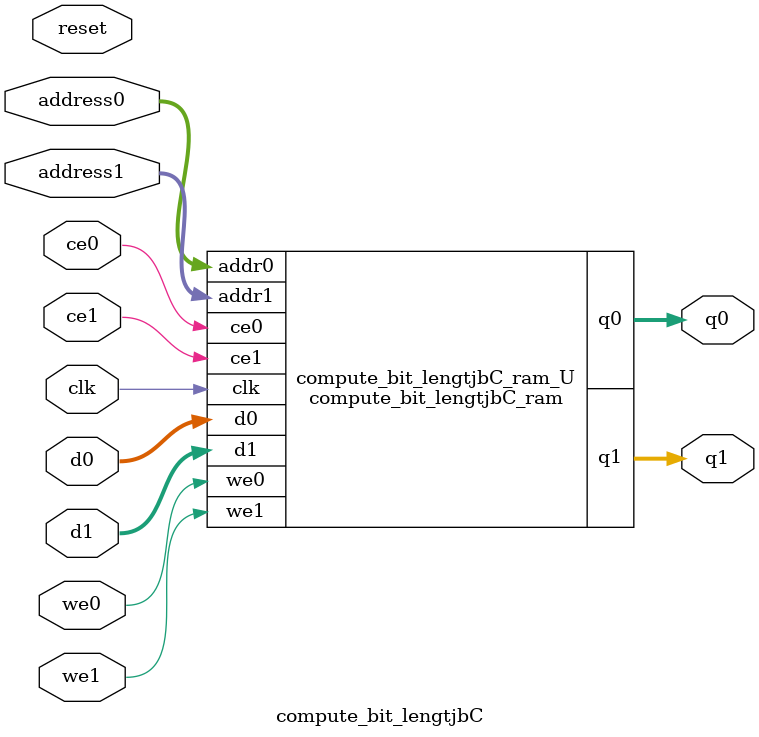
<source format=v>
`timescale 1 ns / 1 ps
module compute_bit_lengtjbC_ram (addr0, ce0, d0, we0, q0, addr1, ce1, d1, we1, q1,  clk);

parameter DWIDTH = 6;
parameter AWIDTH = 8;
parameter MEM_SIZE = 255;

input[AWIDTH-1:0] addr0;
input ce0;
input[DWIDTH-1:0] d0;
input we0;
output reg[DWIDTH-1:0] q0;
input[AWIDTH-1:0] addr1;
input ce1;
input[DWIDTH-1:0] d1;
input we1;
output reg[DWIDTH-1:0] q1;
input clk;

(* ram_style = "block" *)reg [DWIDTH-1:0] ram[0:MEM_SIZE-1];




always @(posedge clk)  
begin 
    if (ce0) begin
        if (we0) 
            ram[addr0] <= d0; 
        q0 <= ram[addr0];
    end
end


always @(posedge clk)  
begin 
    if (ce1) begin
        if (we1) 
            ram[addr1] <= d1; 
        q1 <= ram[addr1];
    end
end


endmodule

`timescale 1 ns / 1 ps
module compute_bit_lengtjbC(
    reset,
    clk,
    address0,
    ce0,
    we0,
    d0,
    q0,
    address1,
    ce1,
    we1,
    d1,
    q1);

parameter DataWidth = 32'd6;
parameter AddressRange = 32'd255;
parameter AddressWidth = 32'd8;
input reset;
input clk;
input[AddressWidth - 1:0] address0;
input ce0;
input we0;
input[DataWidth - 1:0] d0;
output[DataWidth - 1:0] q0;
input[AddressWidth - 1:0] address1;
input ce1;
input we1;
input[DataWidth - 1:0] d1;
output[DataWidth - 1:0] q1;



compute_bit_lengtjbC_ram compute_bit_lengtjbC_ram_U(
    .clk( clk ),
    .addr0( address0 ),
    .ce0( ce0 ),
    .we0( we0 ),
    .d0( d0 ),
    .q0( q0 ),
    .addr1( address1 ),
    .ce1( ce1 ),
    .we1( we1 ),
    .d1( d1 ),
    .q1( q1 ));

endmodule


</source>
